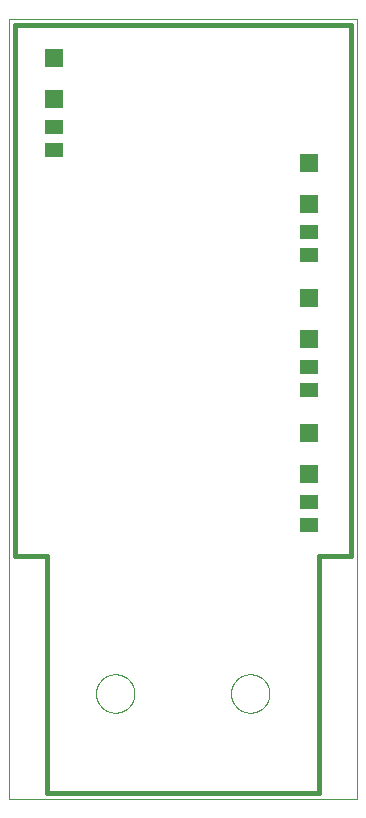
<source format=gtp>
G75*
%MOIN*%
%OFA0B0*%
%FSLAX25Y25*%
%IPPOS*%
%LPD*%
%AMOC8*
5,1,8,0,0,1.08239X$1,22.5*
%
%ADD10C,0.00000*%
%ADD11C,0.01600*%
%ADD12R,0.05906X0.05906*%
%ADD13R,0.06299X0.05118*%
D10*
X0001000Y0001000D02*
X0117142Y0001000D01*
X0117142Y0260843D01*
X0001000Y0260843D01*
X0001000Y0001000D01*
X0030100Y0036000D02*
X0030102Y0036160D01*
X0030108Y0036319D01*
X0030118Y0036478D01*
X0030132Y0036637D01*
X0030150Y0036796D01*
X0030171Y0036954D01*
X0030197Y0037111D01*
X0030227Y0037268D01*
X0030260Y0037424D01*
X0030298Y0037579D01*
X0030339Y0037733D01*
X0030384Y0037886D01*
X0030433Y0038038D01*
X0030486Y0038189D01*
X0030542Y0038338D01*
X0030603Y0038486D01*
X0030666Y0038632D01*
X0030734Y0038777D01*
X0030805Y0038920D01*
X0030879Y0039061D01*
X0030957Y0039200D01*
X0031039Y0039337D01*
X0031124Y0039472D01*
X0031212Y0039605D01*
X0031304Y0039736D01*
X0031398Y0039864D01*
X0031496Y0039990D01*
X0031597Y0040114D01*
X0031701Y0040235D01*
X0031808Y0040353D01*
X0031918Y0040469D01*
X0032031Y0040582D01*
X0032147Y0040692D01*
X0032265Y0040799D01*
X0032386Y0040903D01*
X0032510Y0041004D01*
X0032636Y0041102D01*
X0032764Y0041196D01*
X0032895Y0041288D01*
X0033028Y0041376D01*
X0033163Y0041461D01*
X0033300Y0041543D01*
X0033439Y0041621D01*
X0033580Y0041695D01*
X0033723Y0041766D01*
X0033868Y0041834D01*
X0034014Y0041897D01*
X0034162Y0041958D01*
X0034311Y0042014D01*
X0034462Y0042067D01*
X0034614Y0042116D01*
X0034767Y0042161D01*
X0034921Y0042202D01*
X0035076Y0042240D01*
X0035232Y0042273D01*
X0035389Y0042303D01*
X0035546Y0042329D01*
X0035704Y0042350D01*
X0035863Y0042368D01*
X0036022Y0042382D01*
X0036181Y0042392D01*
X0036340Y0042398D01*
X0036500Y0042400D01*
X0036660Y0042398D01*
X0036819Y0042392D01*
X0036978Y0042382D01*
X0037137Y0042368D01*
X0037296Y0042350D01*
X0037454Y0042329D01*
X0037611Y0042303D01*
X0037768Y0042273D01*
X0037924Y0042240D01*
X0038079Y0042202D01*
X0038233Y0042161D01*
X0038386Y0042116D01*
X0038538Y0042067D01*
X0038689Y0042014D01*
X0038838Y0041958D01*
X0038986Y0041897D01*
X0039132Y0041834D01*
X0039277Y0041766D01*
X0039420Y0041695D01*
X0039561Y0041621D01*
X0039700Y0041543D01*
X0039837Y0041461D01*
X0039972Y0041376D01*
X0040105Y0041288D01*
X0040236Y0041196D01*
X0040364Y0041102D01*
X0040490Y0041004D01*
X0040614Y0040903D01*
X0040735Y0040799D01*
X0040853Y0040692D01*
X0040969Y0040582D01*
X0041082Y0040469D01*
X0041192Y0040353D01*
X0041299Y0040235D01*
X0041403Y0040114D01*
X0041504Y0039990D01*
X0041602Y0039864D01*
X0041696Y0039736D01*
X0041788Y0039605D01*
X0041876Y0039472D01*
X0041961Y0039337D01*
X0042043Y0039200D01*
X0042121Y0039061D01*
X0042195Y0038920D01*
X0042266Y0038777D01*
X0042334Y0038632D01*
X0042397Y0038486D01*
X0042458Y0038338D01*
X0042514Y0038189D01*
X0042567Y0038038D01*
X0042616Y0037886D01*
X0042661Y0037733D01*
X0042702Y0037579D01*
X0042740Y0037424D01*
X0042773Y0037268D01*
X0042803Y0037111D01*
X0042829Y0036954D01*
X0042850Y0036796D01*
X0042868Y0036637D01*
X0042882Y0036478D01*
X0042892Y0036319D01*
X0042898Y0036160D01*
X0042900Y0036000D01*
X0042898Y0035840D01*
X0042892Y0035681D01*
X0042882Y0035522D01*
X0042868Y0035363D01*
X0042850Y0035204D01*
X0042829Y0035046D01*
X0042803Y0034889D01*
X0042773Y0034732D01*
X0042740Y0034576D01*
X0042702Y0034421D01*
X0042661Y0034267D01*
X0042616Y0034114D01*
X0042567Y0033962D01*
X0042514Y0033811D01*
X0042458Y0033662D01*
X0042397Y0033514D01*
X0042334Y0033368D01*
X0042266Y0033223D01*
X0042195Y0033080D01*
X0042121Y0032939D01*
X0042043Y0032800D01*
X0041961Y0032663D01*
X0041876Y0032528D01*
X0041788Y0032395D01*
X0041696Y0032264D01*
X0041602Y0032136D01*
X0041504Y0032010D01*
X0041403Y0031886D01*
X0041299Y0031765D01*
X0041192Y0031647D01*
X0041082Y0031531D01*
X0040969Y0031418D01*
X0040853Y0031308D01*
X0040735Y0031201D01*
X0040614Y0031097D01*
X0040490Y0030996D01*
X0040364Y0030898D01*
X0040236Y0030804D01*
X0040105Y0030712D01*
X0039972Y0030624D01*
X0039837Y0030539D01*
X0039700Y0030457D01*
X0039561Y0030379D01*
X0039420Y0030305D01*
X0039277Y0030234D01*
X0039132Y0030166D01*
X0038986Y0030103D01*
X0038838Y0030042D01*
X0038689Y0029986D01*
X0038538Y0029933D01*
X0038386Y0029884D01*
X0038233Y0029839D01*
X0038079Y0029798D01*
X0037924Y0029760D01*
X0037768Y0029727D01*
X0037611Y0029697D01*
X0037454Y0029671D01*
X0037296Y0029650D01*
X0037137Y0029632D01*
X0036978Y0029618D01*
X0036819Y0029608D01*
X0036660Y0029602D01*
X0036500Y0029600D01*
X0036340Y0029602D01*
X0036181Y0029608D01*
X0036022Y0029618D01*
X0035863Y0029632D01*
X0035704Y0029650D01*
X0035546Y0029671D01*
X0035389Y0029697D01*
X0035232Y0029727D01*
X0035076Y0029760D01*
X0034921Y0029798D01*
X0034767Y0029839D01*
X0034614Y0029884D01*
X0034462Y0029933D01*
X0034311Y0029986D01*
X0034162Y0030042D01*
X0034014Y0030103D01*
X0033868Y0030166D01*
X0033723Y0030234D01*
X0033580Y0030305D01*
X0033439Y0030379D01*
X0033300Y0030457D01*
X0033163Y0030539D01*
X0033028Y0030624D01*
X0032895Y0030712D01*
X0032764Y0030804D01*
X0032636Y0030898D01*
X0032510Y0030996D01*
X0032386Y0031097D01*
X0032265Y0031201D01*
X0032147Y0031308D01*
X0032031Y0031418D01*
X0031918Y0031531D01*
X0031808Y0031647D01*
X0031701Y0031765D01*
X0031597Y0031886D01*
X0031496Y0032010D01*
X0031398Y0032136D01*
X0031304Y0032264D01*
X0031212Y0032395D01*
X0031124Y0032528D01*
X0031039Y0032663D01*
X0030957Y0032800D01*
X0030879Y0032939D01*
X0030805Y0033080D01*
X0030734Y0033223D01*
X0030666Y0033368D01*
X0030603Y0033514D01*
X0030542Y0033662D01*
X0030486Y0033811D01*
X0030433Y0033962D01*
X0030384Y0034114D01*
X0030339Y0034267D01*
X0030298Y0034421D01*
X0030260Y0034576D01*
X0030227Y0034732D01*
X0030197Y0034889D01*
X0030171Y0035046D01*
X0030150Y0035204D01*
X0030132Y0035363D01*
X0030118Y0035522D01*
X0030108Y0035681D01*
X0030102Y0035840D01*
X0030100Y0036000D01*
X0075100Y0036000D02*
X0075102Y0036160D01*
X0075108Y0036319D01*
X0075118Y0036478D01*
X0075132Y0036637D01*
X0075150Y0036796D01*
X0075171Y0036954D01*
X0075197Y0037111D01*
X0075227Y0037268D01*
X0075260Y0037424D01*
X0075298Y0037579D01*
X0075339Y0037733D01*
X0075384Y0037886D01*
X0075433Y0038038D01*
X0075486Y0038189D01*
X0075542Y0038338D01*
X0075603Y0038486D01*
X0075666Y0038632D01*
X0075734Y0038777D01*
X0075805Y0038920D01*
X0075879Y0039061D01*
X0075957Y0039200D01*
X0076039Y0039337D01*
X0076124Y0039472D01*
X0076212Y0039605D01*
X0076304Y0039736D01*
X0076398Y0039864D01*
X0076496Y0039990D01*
X0076597Y0040114D01*
X0076701Y0040235D01*
X0076808Y0040353D01*
X0076918Y0040469D01*
X0077031Y0040582D01*
X0077147Y0040692D01*
X0077265Y0040799D01*
X0077386Y0040903D01*
X0077510Y0041004D01*
X0077636Y0041102D01*
X0077764Y0041196D01*
X0077895Y0041288D01*
X0078028Y0041376D01*
X0078163Y0041461D01*
X0078300Y0041543D01*
X0078439Y0041621D01*
X0078580Y0041695D01*
X0078723Y0041766D01*
X0078868Y0041834D01*
X0079014Y0041897D01*
X0079162Y0041958D01*
X0079311Y0042014D01*
X0079462Y0042067D01*
X0079614Y0042116D01*
X0079767Y0042161D01*
X0079921Y0042202D01*
X0080076Y0042240D01*
X0080232Y0042273D01*
X0080389Y0042303D01*
X0080546Y0042329D01*
X0080704Y0042350D01*
X0080863Y0042368D01*
X0081022Y0042382D01*
X0081181Y0042392D01*
X0081340Y0042398D01*
X0081500Y0042400D01*
X0081660Y0042398D01*
X0081819Y0042392D01*
X0081978Y0042382D01*
X0082137Y0042368D01*
X0082296Y0042350D01*
X0082454Y0042329D01*
X0082611Y0042303D01*
X0082768Y0042273D01*
X0082924Y0042240D01*
X0083079Y0042202D01*
X0083233Y0042161D01*
X0083386Y0042116D01*
X0083538Y0042067D01*
X0083689Y0042014D01*
X0083838Y0041958D01*
X0083986Y0041897D01*
X0084132Y0041834D01*
X0084277Y0041766D01*
X0084420Y0041695D01*
X0084561Y0041621D01*
X0084700Y0041543D01*
X0084837Y0041461D01*
X0084972Y0041376D01*
X0085105Y0041288D01*
X0085236Y0041196D01*
X0085364Y0041102D01*
X0085490Y0041004D01*
X0085614Y0040903D01*
X0085735Y0040799D01*
X0085853Y0040692D01*
X0085969Y0040582D01*
X0086082Y0040469D01*
X0086192Y0040353D01*
X0086299Y0040235D01*
X0086403Y0040114D01*
X0086504Y0039990D01*
X0086602Y0039864D01*
X0086696Y0039736D01*
X0086788Y0039605D01*
X0086876Y0039472D01*
X0086961Y0039337D01*
X0087043Y0039200D01*
X0087121Y0039061D01*
X0087195Y0038920D01*
X0087266Y0038777D01*
X0087334Y0038632D01*
X0087397Y0038486D01*
X0087458Y0038338D01*
X0087514Y0038189D01*
X0087567Y0038038D01*
X0087616Y0037886D01*
X0087661Y0037733D01*
X0087702Y0037579D01*
X0087740Y0037424D01*
X0087773Y0037268D01*
X0087803Y0037111D01*
X0087829Y0036954D01*
X0087850Y0036796D01*
X0087868Y0036637D01*
X0087882Y0036478D01*
X0087892Y0036319D01*
X0087898Y0036160D01*
X0087900Y0036000D01*
X0087898Y0035840D01*
X0087892Y0035681D01*
X0087882Y0035522D01*
X0087868Y0035363D01*
X0087850Y0035204D01*
X0087829Y0035046D01*
X0087803Y0034889D01*
X0087773Y0034732D01*
X0087740Y0034576D01*
X0087702Y0034421D01*
X0087661Y0034267D01*
X0087616Y0034114D01*
X0087567Y0033962D01*
X0087514Y0033811D01*
X0087458Y0033662D01*
X0087397Y0033514D01*
X0087334Y0033368D01*
X0087266Y0033223D01*
X0087195Y0033080D01*
X0087121Y0032939D01*
X0087043Y0032800D01*
X0086961Y0032663D01*
X0086876Y0032528D01*
X0086788Y0032395D01*
X0086696Y0032264D01*
X0086602Y0032136D01*
X0086504Y0032010D01*
X0086403Y0031886D01*
X0086299Y0031765D01*
X0086192Y0031647D01*
X0086082Y0031531D01*
X0085969Y0031418D01*
X0085853Y0031308D01*
X0085735Y0031201D01*
X0085614Y0031097D01*
X0085490Y0030996D01*
X0085364Y0030898D01*
X0085236Y0030804D01*
X0085105Y0030712D01*
X0084972Y0030624D01*
X0084837Y0030539D01*
X0084700Y0030457D01*
X0084561Y0030379D01*
X0084420Y0030305D01*
X0084277Y0030234D01*
X0084132Y0030166D01*
X0083986Y0030103D01*
X0083838Y0030042D01*
X0083689Y0029986D01*
X0083538Y0029933D01*
X0083386Y0029884D01*
X0083233Y0029839D01*
X0083079Y0029798D01*
X0082924Y0029760D01*
X0082768Y0029727D01*
X0082611Y0029697D01*
X0082454Y0029671D01*
X0082296Y0029650D01*
X0082137Y0029632D01*
X0081978Y0029618D01*
X0081819Y0029608D01*
X0081660Y0029602D01*
X0081500Y0029600D01*
X0081340Y0029602D01*
X0081181Y0029608D01*
X0081022Y0029618D01*
X0080863Y0029632D01*
X0080704Y0029650D01*
X0080546Y0029671D01*
X0080389Y0029697D01*
X0080232Y0029727D01*
X0080076Y0029760D01*
X0079921Y0029798D01*
X0079767Y0029839D01*
X0079614Y0029884D01*
X0079462Y0029933D01*
X0079311Y0029986D01*
X0079162Y0030042D01*
X0079014Y0030103D01*
X0078868Y0030166D01*
X0078723Y0030234D01*
X0078580Y0030305D01*
X0078439Y0030379D01*
X0078300Y0030457D01*
X0078163Y0030539D01*
X0078028Y0030624D01*
X0077895Y0030712D01*
X0077764Y0030804D01*
X0077636Y0030898D01*
X0077510Y0030996D01*
X0077386Y0031097D01*
X0077265Y0031201D01*
X0077147Y0031308D01*
X0077031Y0031418D01*
X0076918Y0031531D01*
X0076808Y0031647D01*
X0076701Y0031765D01*
X0076597Y0031886D01*
X0076496Y0032010D01*
X0076398Y0032136D01*
X0076304Y0032264D01*
X0076212Y0032395D01*
X0076124Y0032528D01*
X0076039Y0032663D01*
X0075957Y0032800D01*
X0075879Y0032939D01*
X0075805Y0033080D01*
X0075734Y0033223D01*
X0075666Y0033368D01*
X0075603Y0033514D01*
X0075542Y0033662D01*
X0075486Y0033811D01*
X0075433Y0033962D01*
X0075384Y0034114D01*
X0075339Y0034267D01*
X0075298Y0034421D01*
X0075260Y0034576D01*
X0075227Y0034732D01*
X0075197Y0034889D01*
X0075171Y0035046D01*
X0075150Y0035204D01*
X0075132Y0035363D01*
X0075118Y0035522D01*
X0075108Y0035681D01*
X0075102Y0035840D01*
X0075100Y0036000D01*
D11*
X0104362Y0002969D02*
X0104362Y0081709D01*
X0115173Y0081709D01*
X0115173Y0258874D01*
X0002969Y0258874D01*
X0002969Y0081709D01*
X0013780Y0081709D01*
X0013780Y0002969D01*
X0104362Y0002969D01*
D12*
X0101000Y0109110D03*
X0101000Y0122890D03*
X0101000Y0154110D03*
X0101000Y0167890D03*
X0101000Y0199110D03*
X0101000Y0212890D03*
X0016000Y0234110D03*
X0016000Y0247890D03*
D13*
X0016000Y0224740D03*
X0016000Y0217260D03*
X0101000Y0189740D03*
X0101000Y0182260D03*
X0101000Y0144740D03*
X0101000Y0137260D03*
X0101000Y0099740D03*
X0101000Y0092260D03*
M02*

</source>
